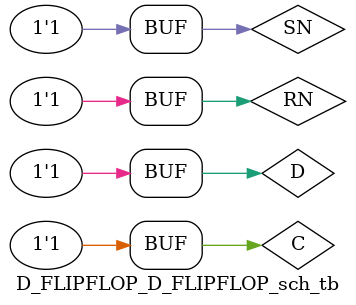
<source format=v>

`timescale 1ns / 1ps

module D_FLIPFLOP_D_FLIPFLOP_sch_tb();

// Inputs
   reg C;
   reg SN;
   reg RN;
   reg D;

// Output
   wire QN;
   wire Q;

// Bidirs

// Instantiate the UUT
   D_FLIPFLOP UUT (
		.C(C), 
		.SN(SN), 
		.RN(RN), 
		.D(D), 
		.QN(QN), 
		.Q(Q)
   );
// Initialize Inputs
	
   initial begin
	D=0;C=0;
	SN=1;RN=0;#50;
	SN=1;RN=1;#50;
	SN=1;RN=0;#50;
	SN=1;RN=1;#50;
	D = 0; #150;
	D = 1; #150;
	D = 0; #150;
	D = 1; #150;
	D = 0; #150;
	D = 1; #150;
	D = 0; #150;
	D = 1; #150;
	end
	always begin
	C=0; #50;
	C=1; #50;
	end
endmodule

</source>
